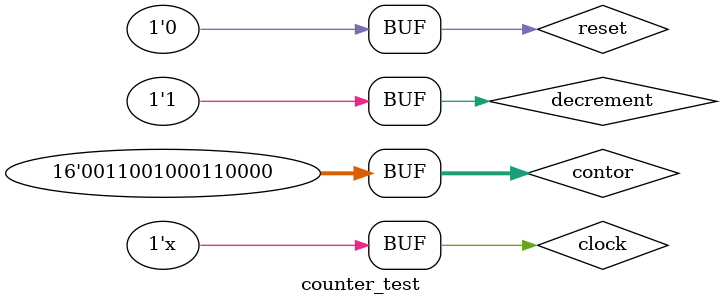
<source format=v>
`timescale 1ns / 1ps


module counter_test;

	// Inputs
	reg [15:0] contor;
	reg reset;
	reg clock;
   reg decrement;

	// Outputs
	wire [15:0] ascii_out;
	wire done;

	// Instantiate the Unit Under Test (UUT)
	counter uut (
		.ascii_in(contor), 
		.counter(ascii_out), 
		.done(done), 
		.reset(reset), 
		.clock(clock),
      .decrement(decrement)
	);

	always@(clock)
		#5 clock <= ~clock;


	initial begin
		
		clock = 1;
		reset = 1;
		contor = "20";
		decrement = 1;
		#1;
		#10;
		reset = 0;
		#10;
	end 
endmodule

</source>
